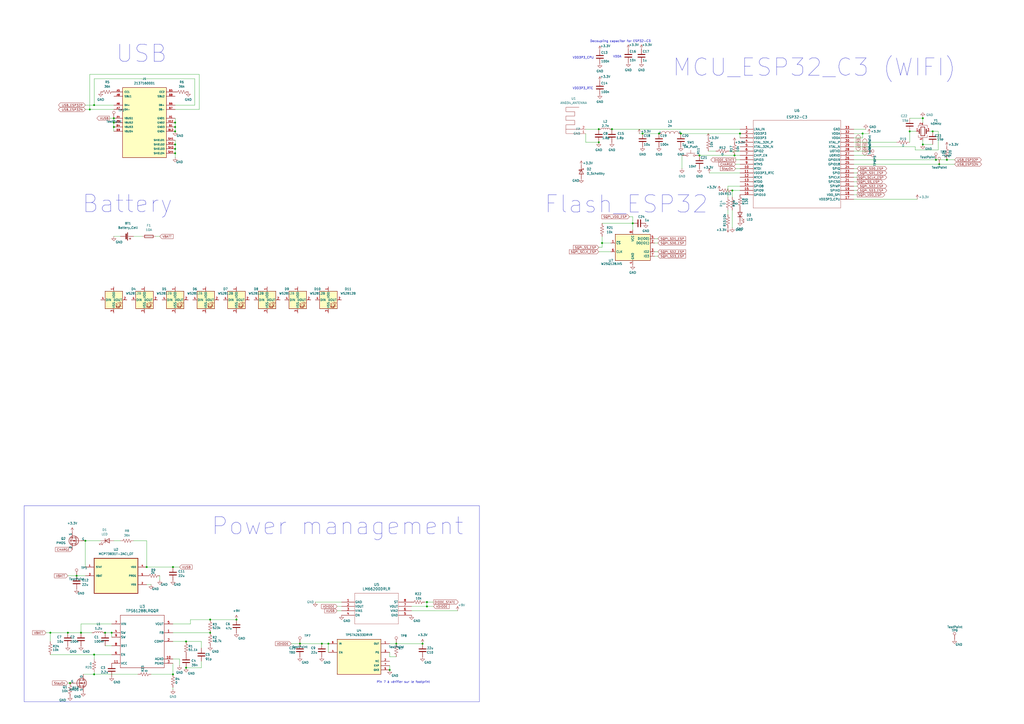
<source format=kicad_sch>
(kicad_sch (version 20231120) (generator "eeschema") (generator_version "8.0")
  (paper "A2")
  (junction (at 101.6 83.82))
  (junction (at 186.69 373.38))
  (junction (at 101.6 76.2))
  (junction (at 54.61 391.16))
  (junction (at 245.11 373.38))
  (junction (at 39.37 367.03))
  (junction (at 64.77 367.03))
  (junction (at 101.6 71.12))
  (junction (at 44.45 334.01))
  (junction (at 247.65 349.25))
  (junction (at 347.345 74.93))
  (junction (at 349.25 140.97))
  (junction (at 527.685 76.2))
  (junction (at 367.03 129.54))
  (junction (at 190.5 373.38))
  (junction (at 229.87 373.38))
  (junction (at 101.6 88.9))
  (junction (at 100.33 328.93))
  (junction (at 226.06 388.62))
  (junction (at 66.04 68.58))
  (junction (at 100.33 391.16))
  (junction (at 372.745 77.47))
  (junction (at 535.305 68.58))
  (junction (at 544.83 95.25))
  (junction (at 500.38 77.47))
  (junction (at 54.61 379.73))
  (junction (at 66.04 71.12))
  (junction (at 542.925 92.71))
  (junction (at 541.02 76.2))
  (junction (at 29.21 367.03))
  (junction (at 66.04 73.66))
  (junction (at 107.95 387.35))
  (junction (at 121.92 359.41))
  (junction (at 54.61 60.96))
  (junction (at 137.16 359.41))
  (junction (at 60.96 367.03))
  (junction (at 85.09 328.93))
  (junction (at 394.97 77.47))
  (junction (at 426.085 90.17))
  (junction (at 549.275 92.71))
  (junction (at 354.965 74.93))
  (junction (at 247.65 351.79))
  (junction (at 101.6 86.36))
  (junction (at 46.99 367.03))
  (junction (at 405.765 90.17))
  (junction (at 173.99 373.38))
  (junction (at 429.26 77.47))
  (junction (at 40.64 396.24))
  (junction (at 49.53 313.69))
  (junction (at 382.27 77.47))
  (junction (at 121.92 367.03))
  (junction (at 107.95 372.11))
  (junction (at 101.6 73.66))
  (junction (at 424.815 110.49))
  (junction (at 52.07 63.5))
  (junction (at 535.305 83.82))
  (junction (at 347.345 82.55))
  (wire (pts (xy 495.3 85.09) (xy 530.86 85.09)))
  (wire (pts (xy 424.815 110.49) (xy 424.815 114.3)))
  (wire (pts (xy 54.61 60.96) (xy 66.04 60.96)))
  (wire (pts (xy 90.17 137.16) (xy 92.71 137.16)))
  (wire (pts (xy 497.205 107.95) (xy 495.3 107.95)))
  (wire (pts (xy 48.26 391.16) (xy 54.61 391.16)))
  (wire (pts (xy 87.63 391.16) (xy 100.33 391.16)))
  (wire (pts (xy 247.65 349.25) (xy 246.38 349.25)))
  (wire (pts (xy 66.04 73.66) (xy 66.04 76.2)))
  (wire (pts (xy 195.58 354.33) (xy 198.12 354.33)))
  (wire (pts (xy 49.53 313.69) (xy 49.53 328.93)))
  (wire (pts (xy 49.53 63.5) (xy 52.07 63.5)))
  (wire (pts (xy 497.205 110.49) (xy 495.3 110.49)))
  (wire (pts (xy 54.61 389.89) (xy 54.61 391.16)))
  (wire (pts (xy 251.46 349.25) (xy 247.65 349.25)))
  (wire (pts (xy 339.725 82.55) (xy 347.345 82.55)))
  (wire (pts (xy 46.99 367.03) (xy 53.34 367.03)))
  (wire (pts (xy 349.25 140.97) (xy 349.25 143.51)))
  (wire (pts (xy 410.845 87.63) (xy 415.29 87.63)))
  (wire (pts (xy 544.195 86.995) (xy 530.86 86.995)))
  (wire (pts (xy 238.76 354.33) (xy 265.43 354.33)))
  (wire (pts (xy 173.99 373.38) (xy 186.69 373.38)))
  (wire (pts (xy 186.69 373.38) (xy 190.5 373.38)))
  (wire (pts (xy 60.96 367.03) (xy 64.77 367.03)))
  (wire (pts (xy 495.3 92.71) (xy 542.925 92.71)))
  (wire (pts (xy 497.205 102.87) (xy 495.3 102.87)))
  (wire (pts (xy 429.26 77.47) (xy 429.26 80.01)))
  (wire (pts (xy 495.3 74.93) (xy 502.285 74.93)))
  (wire (pts (xy 495.3 115.57) (xy 532.13 115.57)))
  (wire (pts (xy 46.99 361.95) (xy 46.99 367.03)))
  (wire (pts (xy 541.02 76.2) (xy 544.195 76.2)))
  (wire (pts (xy 367.03 133.35) (xy 367.03 129.54)))
  (wire (pts (xy 39.37 334.01) (xy 44.45 334.01)))
  (wire (pts (xy 527.685 76.2) (xy 527.685 82.55)))
  (wire (pts (xy 372.745 77.47) (xy 370.84 77.47)))
  (wire (pts (xy 372.745 77.47) (xy 382.27 77.47)))
  (wire (pts (xy 426.085 90.17) (xy 429.26 90.17)))
  (wire (pts (xy 422.91 87.63) (xy 429.26 87.63)))
  (wire (pts (xy 101.6 71.12) (xy 101.6 73.66)))
  (wire (pts (xy 110.49 359.41) (xy 121.92 359.41)))
  (wire (pts (xy 100.33 372.11) (xy 107.95 372.11)))
  (wire (pts (xy 497.205 113.03) (xy 495.3 113.03)))
  (wire (pts (xy 58.42 313.69) (xy 49.53 313.69)))
  (wire (pts (xy 339.725 77.47) (xy 339.725 82.55)))
  (wire (pts (xy 535.305 83.82) (xy 535.305 81.28)))
  (wire (pts (xy 527.685 76.2) (xy 531.495 76.2)))
  (wire (pts (xy 107.95 372.11) (xy 116.84 372.11)))
  (wire (pts (xy 115.57 43.18) (xy 52.07 43.18)))
  (wire (pts (xy 542.925 92.71) (xy 549.275 92.71)))
  (wire (pts (xy 379.73 140.97) (xy 381.635 140.97)))
  (wire (pts (xy 100.33 328.93) (xy 104.14 328.93)))
  (wire (pts (xy 116.84 375.92) (xy 116.84 372.11)))
  (wire (pts (xy 500.38 77.47) (xy 500.38 80.01)))
  (wire (pts (xy 226.06 378.46) (xy 226.06 381)))
  (wire (pts (xy 54.61 45.72) (xy 54.61 60.96)))
  (wire (pts (xy 85.09 328.93) (xy 100.33 328.93)))
  (wire (pts (xy 66.04 313.69) (xy 69.85 313.69)))
  (wire (pts (xy 66.04 68.58) (xy 66.04 71.12)))
  (wire (pts (xy 60.96 374.65) (xy 64.77 374.65)))
  (wire (pts (xy 379.73 146.05) (xy 381.635 146.05)))
  (wire (pts (xy 497.205 100.33) (xy 495.3 100.33)))
  (wire (pts (xy 195.58 351.79) (xy 198.12 351.79)))
  (wire (pts (xy 426.72 92.71) (xy 429.26 92.71)))
  (wire (pts (xy 29.21 367.03) (xy 39.37 367.03)))
  (wire (pts (xy 44.45 334.01) (xy 49.53 334.01)))
  (wire (pts (xy 92.71 336.55) (xy 92.71 334.01)))
  (wire (pts (xy 39.37 396.24) (xy 40.64 396.24)))
  (wire (pts (xy 226.06 386.08) (xy 226.06 388.62)))
  (wire (pts (xy 182.88 349.25) (xy 198.12 349.25)))
  (wire (pts (xy 379.73 148.59) (xy 381.635 148.59)))
  (wire (pts (xy 85.09 313.69) (xy 77.47 313.69)))
  (wire (pts (xy 495.3 82.55) (xy 520.065 82.55)))
  (wire (pts (xy 367.03 129.54) (xy 349.25 129.54)))
  (wire (pts (xy 101.6 86.36) (xy 101.6 88.9)))
  (wire (pts (xy 100.33 367.03) (xy 121.92 367.03)))
  (wire (pts (xy 101.6 91.44) (xy 101.6 88.9)))
  (wire (pts (xy 422.275 121.92) (xy 422.275 124.46)))
  (wire (pts (xy 100.33 398.78) (xy 100.33 400.05)))
  (wire (pts (xy 77.47 137.16) (xy 82.55 137.16)))
  (wire (pts (xy 426.72 95.25) (xy 429.26 95.25)))
  (wire (pts (xy 190.5 373.38) (xy 190.5 378.46)))
  (wire (pts (xy 113.03 60.96) (xy 113.03 45.72)))
  (wire (pts (xy 535.305 67.945) (xy 535.305 68.58)))
  (wire (pts (xy 110.49 361.95) (xy 110.49 359.41)))
  (wire (pts (xy 500.38 80.01) (xy 495.3 80.01)))
  (wire (pts (xy 104.14 382.27) (xy 104.14 386.08)))
  (wire (pts (xy 29.21 379.73) (xy 54.61 379.73)))
  (wire (pts (xy 500.38 77.47) (xy 504.19 77.47)))
  (wire (pts (xy 168.91 373.38) (xy 173.99 373.38)))
  (wire (pts (xy 52.07 63.5) (xy 66.04 63.5)))
  (wire (pts (xy 405.765 90.17) (xy 426.085 90.17)))
  (wire (pts (xy 367.03 125.73) (xy 367.03 129.54)))
  (wire (pts (xy 497.205 97.79) (xy 495.3 97.79)))
  (wire (pts (xy 66.04 71.12) (xy 66.04 73.66)))
  (wire (pts (xy 411.48 100.33) (xy 429.26 100.33)))
  (wire (pts (xy 495.3 95.25) (xy 544.83 95.25)))
  (wire (pts (xy 116.84 387.35) (xy 107.95 387.35)))
  (wire (pts (xy 395.605 97.79) (xy 395.605 90.17)))
  (wire (pts (xy 226.06 381) (xy 229.87 381)))
  (wire (pts (xy 549.275 92.71) (xy 553.72 92.71)))
  (wire (pts (xy 247.65 351.79) (xy 251.46 351.79)))
  (wire (pts (xy 238.76 351.79) (xy 247.65 351.79)))
  (wire (pts (xy 365.125 125.73) (xy 367.03 125.73)))
  (wire (pts (xy 100.33 384.81) (xy 100.33 391.16)))
  (wire (pts (xy 379.73 138.43) (xy 381.635 138.43)))
  (wire (pts (xy 424.815 121.92) (xy 424.815 132.08)))
  (wire (pts (xy 229.87 373.38) (xy 245.11 373.38)))
  (wire (pts (xy 100.33 361.95) (xy 110.49 361.95)))
  (wire (pts (xy 535.305 68.58) (xy 535.305 71.12)))
  (wire (pts (xy 64.77 367.03) (xy 64.77 369.57)))
  (wire (pts (xy 394.97 77.47) (xy 429.26 77.47)))
  (wire (pts (xy 87.63 339.09) (xy 85.09 339.09)))
  (wire (pts (xy 495.3 90.17) (xy 502.92 90.17)))
  (wire (pts (xy 349.25 140.97) (xy 354.33 140.97)))
  (wire (pts (xy 101.6 81.28) (xy 101.6 83.82)))
  (wire (pts (xy 544.83 95.25) (xy 553.72 95.25)))
  (wire (pts (xy 100.33 382.27) (xy 104.14 382.27)))
  (wire (pts (xy 500.38 77.47) (xy 495.3 77.47)))
  (wire (pts (xy 422.275 107.95) (xy 422.275 114.3)))
  (wire (pts (xy 544.195 76.2) (xy 544.195 86.995)))
  (wire (pts (xy 101.6 83.82) (xy 101.6 86.36)))
  (wire (pts (xy 530.86 86.995) (xy 530.86 85.09)))
  (wire (pts (xy 64.77 361.95) (xy 46.99 361.95)))
  (wire (pts (xy 535.305 83.82) (xy 541.02 83.82)))
  (wire (pts (xy 422.275 107.95) (xy 429.26 107.95)))
  (wire (pts (xy 349.25 137.16) (xy 349.25 140.97)))
  (wire (pts (xy 54.61 391.16) (xy 80.01 391.16)))
  (wire (pts (xy 54.61 379.73) (xy 54.61 382.27)))
  (wire (pts (xy 495.3 87.63) (xy 502.92 87.63)))
  (wire (pts (xy 66.04 137.16) (xy 69.85 137.16)))
  (wire (pts (xy 39.37 367.03) (xy 46.99 367.03)))
  (wire (pts (xy 226.06 373.38) (xy 229.87 373.38)))
  (wire (pts (xy 115.57 63.5) (xy 115.57 43.18)))
  (wire (pts (xy 101.6 63.5) (xy 115.57 63.5)))
  (wire (pts (xy 85.09 328.93) (xy 85.09 313.69)))
  (wire (pts (xy 29.21 367.03) (xy 29.21 372.11)))
  (wire (pts (xy 26.67 367.03) (xy 29.21 367.03)))
  (wire (pts (xy 121.92 359.41) (xy 137.16 359.41)))
  (wire (pts (xy 424.815 110.49) (xy 429.26 110.49)))
  (wire (pts (xy 354.965 74.93) (xy 429.26 74.93)))
  (wire (pts (xy 113.03 45.72) (xy 54.61 45.72)))
  (wire (pts (xy 347.345 143.51) (xy 349.25 143.51)))
  (wire (pts (xy 247.65 349.25) (xy 247.65 351.79)))
  (wire (pts (xy 527.685 68.58) (xy 535.305 68.58)))
  (wire (pts (xy 52.07 43.18) (xy 52.07 63.5)))
  (wire (pts (xy 539.115 76.2) (xy 541.02 76.2)))
  (wire (pts (xy 101.6 68.58) (xy 101.6 71.12)))
  (wire (pts (xy 339.725 74.93) (xy 347.345 74.93)))
  (wire (pts (xy 63.5 68.58) (xy 66.04 68.58)))
  (wire (pts (xy 497.205 105.41) (xy 495.3 105.41)))
  (wire (pts (xy 116.84 383.54) (xy 116.84 387.35)))
  (wire (pts (xy 347.345 146.05) (xy 354.33 146.05)))
  (wire (pts (xy 54.61 379.73) (xy 64.77 379.73)))
  (wire (pts (xy 101.6 73.66) (xy 101.6 76.2)))
  (wire (pts (xy 426.72 97.79) (xy 429.26 97.79)))
  (wire (pts (xy 101.6 60.96) (xy 113.03 60.96)))
  (wire (pts (xy 49.53 60.96) (xy 54.61 60.96)))
  (rectangle (start 13.97 293.37) (end 278.13 407.035))
  (text "Flash_ESP32" (at 315.595 124.46 0) (effects (font (size 10 10)) (justify left bottom)))
  (text "Decoupling capacitor for ESP32-C3" (at 342.265 24.765 0) (effects (font (size 1.27 1.27)) (justify left bottom)))
  (text "Battery" (at 73.914 118.364 0) (effects (font (size 10 10))))
  (text "VDD3P3_RTC" (at 332.105 52.07 0) (effects (font (size 1.27 1.27)) (justify left bottom)))
  (text "VDD3P3_CPU" (at 332.105 34.29 0) (effects (font (size 1.27 1.27)) (justify left bottom)))
  (text "MCU_ESP32_C3 (WIFI)" (at 389.89 45.085 0) (effects (font (size 10 10)) (justify left bottom)))
  (text "VDDA" (at 355.6 33.655 0) (effects (font (size 1.27 1.27)) (justify left bottom)))
  (text "Pin 7 à vérifier sur le footprint" (at 233.934 395.732 0) (effects (font (size 1.27 1.27))))
  (text "USB" (at 82.042 31.242 0) (effects (font (size 10 10))))
  (text "Power management" (at 195.834 305.308 0) (effects (font (size 10 10))))
  (global_label "USB_ESP32P" (shape bidirectional) (at 553.72 92.71 0) (property "Intersheetrefs" "${INTERSHEET_REFS}" (effects (hide yes))))
  (global_label "SQPI_VDD_ESP" (shape output) (at 497.205 113.03 0) (property "Intersheetrefs" "${INTERSHEET_REFS}" (effects (hide yes))))
  (global_label "VUSB" (shape input) (at 195.58 354.33 180) (property "Intersheetrefs" "${INTERSHEET_REFS}" (effects (hide yes))))
  (global_label "SQPI_SCLK_ESP" (shape input) (at 347.345 146.05 180) (property "Intersheetrefs" "${INTERSHEET_REFS}" (effects (hide yes))))
  (global_label "SQPI_SD1_ESP" (shape bidirectional) (at 497.205 100.33 0) (property "Intersheetrefs" "${INTERSHEET_REFS}" (effects (hide yes))))
  (global_label "DIODE_STATE" (shape output) (at 426.72 92.71 180) (property "Intersheetrefs" "${INTERSHEET_REFS}" (effects (hide yes))))
  (global_label "SQPI_SD0_ESP" (shape bidirectional) (at 497.205 97.79 0) (property "Intersheetrefs" "${INTERSHEET_REFS}" (effects (hide yes))))
  (global_label "SQPI_VDD_ESP" (shape input) (at 365.125 125.73 180) (property "Intersheetrefs" "${INTERSHEET_REFS}" (effects (hide yes))))
  (global_label "SQPI_SD2_ESP" (shape input) (at 381.635 146.05 0) (property "Intersheetrefs" "${INTERSHEET_REFS}" (effects (hide yes))))
  (global_label "VDIODE" (shape input) (at 251.46 351.79 0) (property "Intersheetrefs" "${INTERSHEET_REFS}" (effects (hide yes))))
  (global_label "VBATT" (shape input) (at 26.67 367.03 180) (property "Intersheetrefs" "${INTERSHEET_REFS}" (effects (hide yes))))
  (global_label "U0TXD" (shape bidirectional) (at 497.84 87.63 90) (property "Intersheetrefs" "${INTERSHEET_REFS}" (effects (hide yes))))
  (global_label "VUSB" (shape output) (at 63.5 68.58 180) (property "Intersheetrefs" "${INTERSHEET_REFS}" (effects (hide yes))))
  (global_label "SQPI_SD0_ESP" (shape input) (at 381.635 140.97 0) (property "Intersheetrefs" "${INTERSHEET_REFS}" (effects (hide yes))))
  (global_label "SQPI_SD3_ESP" (shape bidirectional) (at 497.205 110.49 0) (property "Intersheetrefs" "${INTERSHEET_REFS}" (effects (hide yes))))
  (global_label "CHARGE" (shape input) (at 426.72 95.25 180) (property "Intersheetrefs" "${INTERSHEET_REFS}" (effects (hide yes))))
  (global_label "USB_ESP32N" (shape bidirectional) (at 553.72 95.25 0) (property "Intersheetrefs" "${INTERSHEET_REFS}" (effects (hide yes))))
  (global_label "CHARGE" (shape input) (at 41.91 318.77 180) (property "Intersheetrefs" "${INTERSHEET_REFS}" (effects (hide yes))))
  (global_label "DIODE_STATE" (shape output) (at 251.46 349.25 0) (property "Intersheetrefs" "${INTERSHEET_REFS}" (effects (hide yes))))
  (global_label "USB_ESP32P" (shape bidirectional) (at 49.53 60.96 180) (property "Intersheetrefs" "${INTERSHEET_REFS}" (effects (hide yes))))
  (global_label "StayOn" (shape input) (at 426.72 97.79 180) (property "Intersheetrefs" "${INTERSHEET_REFS}" (effects (hide yes))))
  (global_label "VBATT" (shape input) (at 92.71 137.16 0) (property "Intersheetrefs" "${INTERSHEET_REFS}" (effects (hide yes))))
  (global_label "SQPI_SD2_ESP" (shape bidirectional) (at 497.205 107.95 0) (property "Intersheetrefs" "${INTERSHEET_REFS}" (effects (hide yes))))
  (global_label "U0RXD" (shape bidirectional) (at 501.65 90.17 90) (property "Intersheetrefs" "${INTERSHEET_REFS}" (effects (hide yes))))
  (global_label "VDIODE" (shape input) (at 195.58 351.79 180) (property "Intersheetrefs" "${INTERSHEET_REFS}" (effects (hide yes))))
  (global_label "VDIODE" (shape input) (at 168.91 373.38 180) (property "Intersheetrefs" "${INTERSHEET_REFS}" (effects (hide yes))))
  (global_label "VBATT" (shape input) (at 39.37 334.01 180) (property "Intersheetrefs" "${INTERSHEET_REFS}" (effects (hide yes))))
  (global_label "SQPI_SD1_ESP" (shape input) (at 381.635 138.43 0) (property "Intersheetrefs" "${INTERSHEET_REFS}" (effects (hide yes))))
  (global_label "SQPI_SD3_ESP" (shape input) (at 381.635 148.59 0) (property "Intersheetrefs" "${INTERSHEET_REFS}" (effects (hide yes))))
  (global_label "SQPI_SS_ESP" (shape output) (at 497.205 105.41 0) (property "Intersheetrefs" "${INTERSHEET_REFS}" (effects (hide yes))))
  (global_label "USB_ESP32N" (shape bidirectional) (at 49.53 63.5 180) (property "Intersheetrefs" "${INTERSHEET_REFS}" (effects (hide yes))))
  (global_label "VUSB" (shape input) (at 104.14 328.93 0) (property "Intersheetrefs" "${INTERSHEET_REFS}" (effects (hide yes))))
  (global_label "SQPI_SS_ESP" (shape input) (at 347.345 143.51 180) (property "Intersheetrefs" "${INTERSHEET_REFS}" (effects (hide yes))))
  (global_label "StayOn" (shape input) (at 39.37 396.24 180) (property "Intersheetrefs" "${INTERSHEET_REFS}" (effects (hide yes))))
  (global_label "SQPI_SCLK_ESP" (shape output) (at 497.205 102.87 0) (property "Intersheetrefs" "${INTERSHEET_REFS}" (effects (hide yes))))
  (symbol (lib_id "Device:R_US") (at 121.92 363.22 0) (unit 1)
    (property "Reference" "R3" (at 123.19 362.204 0) (effects (justify left)))
    (property "Value" "523k" (at 123.19 364.236 0) (effects (justify left)))
    (property "Footprint" "Resistor_SMD:R_0603_1608Metric" (effects (hide yes)))
    (property "Description" "Resistor, US symbol" (effects (hide yes)))
  )
  (symbol (lib_id "Device:R_US") (at 73.66 313.69 90) (unit 1)
    (property "Reference" "R8" (at 73.66 307.975 90))
    (property "Value" "36k" (at 73.66 310.515 90))
    (property "Footprint" "Resistor_SMD:R_0603_1608Metric" (effects (hide yes)))
  )
  (symbol (lib_id "LM66200DRLR:LM66200DRLR") (at 198.12 349.25 0) (unit 1)
    (property "Reference" "U5" (at 218.44 339.09 0) (effects (font (size 1.524 1.524))))
    (property "Value" "LM66200DRLR" (at 218.44 341.63 0) (effects (font (size 1.524 1.524))))
    (property "Footprint" "LM66200DRLR:SOT-5X3_DRL_TEX-L" (effects (hide yes)))
    (property "Datasheet" "LM66200DRLR" (effects (hide yes)))
  )
  (symbol (lib_id "Device:C") (at 347.345 78.74 0) (unit 1)
    (property "Reference" "C8" (at 349.885 77.47 0) (effects (justify left)))
    (property "Value" "1.8p" (at 349.25 80.01 0) (effects (justify left)))
    (property "Footprint" "Capacitor_SMD:C_0402_1005Metric_Pad0.74x0.62mm_HandSolder" (effects (hide yes)))
  )
  (symbol (lib_id "power:GND") (at 87.63 339.09 0) (unit 1)
    (property "Reference" "#PWR027" (effects (hide yes)))
    (property "Value" "GND" (at 90.17 341.63 0))
  )
  (symbol (lib_id "power:GND") (at 337.185 103.505 0) (unit 1)
    (property "Reference" "#PWR012" (effects (hide yes)))
    (property "Value" "GND" (at 334.01 104.775 0))
  )
  (symbol (lib_id "Device:R_US") (at 88.9 334.01 270) (unit 1)
    (property "Reference" "R9" (at 88.9 330.708 90))
    (property "Value" "2k" (at 88.646 332.232 90))
    (property "Footprint" "Resistor_SMD:R_0603_1608Metric" (effects (hide yes)))
  )
  (symbol (lib_id "Device:R_US") (at 229.87 377.19 0) (unit 1)
    (property "Reference" "R7" (at 231.14 376.174 0) (effects (justify left)))
    (property "Value" "100k" (effects (hide yes)))
    (property "Footprint" "Resistor_SMD:R_0603_1608Metric" (effects (hide yes)))
    (property "Description" "Resistor, US symbol" (effects (hide yes)))
  )
  (symbol (lib_id "power:GND") (at 100.33 400.05 0) (unit 1)
    (property "Reference" "#PWR037" (effects (hide yes)))
    (property "Value" "GND" (at 100.33 404.114 0))
    (property "Description" "Power symbol creates a global label with name \"GND\" , ground" (effects (hide yes)))
  )
  (symbol (lib_id "Device:R_US") (at 83.82 391.16 90) (unit 1)
    (property "Reference" "R23" (at 82.804 389.89 0) (effects (justify left)))
    (property "Value" "0" (at 84.836 389.89 0) (effects (justify left)))
    (property "Footprint" "Resistor_SMD:R_0603_1608Metric" (effects (hide yes)))
    (property "Description" "Resistor, US symbol" (effects (hide yes)))
  )
  (symbol (lib_id "Device:D_Schottky") (at 337.185 99.695 270) (unit 1)
    (property "Reference" "D2" (at 340.36 98.1074 90) (effects (justify left)))
    (property "Value" "D_Schottky" (at 340.36 100.6474 90) (effects (justify left)))
    (property "Footprint" "LED_SMD:LED_0603_1608Metric_Pad1.05x0.95mm_HandSolder" (effects (hide yes)))
  )
  (symbol (lib_id "power:GND") (at 64.77 392.43 0) (unit 1)
    (property "Reference" "#PWR02" (effects (hide yes)))
    (property "Value" "GND" (at 67.818 395.732 0))
    (property "Description" "Power symbol creates a global label with name \"GND\" , ground" (effects (hide yes)))
  )
  (symbol (lib_id "LED:WS2812B") (at 137.16 173.99 0) (unit 1)
    (property "Reference" "D8" (at 148.59 167.6714 0))
    (property "Value" "WS2812B" (at 148.59 170.2114 0))
    (property "Footprint" "LED_SMD:LED_WS2812B_PLCC4_5.0x5.0mm_P3.2mm" (effects (hide yes)))
    (property "Datasheet" "https://cdn-shop.adafruit.com/datasheets/WS2812B.pdf" (effects (hide yes)))
    (property "Description" "RGB LED with integrated controller" (effects (hide yes)))
  )
  (symbol (lib_id "Connector:TestPoint") (at 553.72 370.84 0) (unit 1)
    (property "Reference" "TP9" (at 551.942 365.76 0) (effects (justify left)))
    (property "Value" "TestPoint" (at 549.402 363.728 0) (effects (justify left)))
    (property "Footprint" "TestPoint:TestPoint_Loop_D2.54mm_Drill1.5mm_Beaded" (effects (hide yes)))
  )
  (symbol (lib_id "power:GND") (at 109.22 53.34 0) (unit 1)
    (property "Reference" "#PWR020" (effects (hide yes)))
    (property "Value" "GND" (at 109.22 57.785 0))
  )
  (symbol (lib_id "LED:WS2812B") (at 101.6 173.99 0) (unit 1)
    (property "Reference" "D6" (at 113.03 167.6714 0))
    (property "Value" "WS2812B" (at 113.03 170.2114 0))
    (property "Footprint" "LED_SMD:LED_WS2812B_PLCC4_5.0x5.0mm_P3.2mm" (effects (hide yes)))
    (property "Datasheet" "https://cdn-shop.adafruit.com/datasheets/WS2812B.pdf" (effects (hide yes)))
    (property "Description" "RGB LED with integrated controller" (effects (hide yes)))
  )
  (symbol (lib_id "power:+9V") (at 137.16 359.41 0) (unit 1)
    (property "Reference" "#PWR09" (effects (hide yes)))
    (property "Value" "+9V" (at 137.16 354.33 0))
    (property "Description" "Power symbol creates a global label with name \"+9V\"" (effects (hide yes)))
  )
  (symbol (lib_id "power:+3.3V") (at 337.185 95.885 0) (unit 1)
    (property "Reference" "#PWR010" (effects (hide yes)))
    (property "Value" "+3.3V" (at 340.995 94.615 0))
  )
  (symbol (lib_id "Device:R_US") (at 424.815 118.11 180) (unit 1)
    (property "Reference" "R16" (at 425.704 118.11 90))
    (property "Value" "0" (at 427.228 118.11 90))
    (property "Footprint" "Resistor_SMD:R_0603_1608Metric" (effects (hide yes)))
  )
  (symbol (lib_id "power:GND") (at 107.95 387.35 0) (unit 1)
    (property "Reference" "#PWR04" (effects (hide yes)))
    (property "Value" "GND" (at 110.998 390.652 0))
    (property "Description" "Power symbol creates a global label with name \"GND\" , ground" (effects (hide yes)))
  )
  (symbol (lib_id "Simulation_SPICE:PMOS") (at 44.45 313.69 180) (unit 1)
    (property "Reference" "Q2" (at 38.1 312.4199 0) (effects (justify left)))
    (property "Value" "PMOS" (at 38.1 314.9599 0) (effects (justify left)))
    (property "Footprint" "Package_TO_SOT_SMD:SOT-23" (effects (hide yes)))
    (property "Datasheet" "https://ngspice.sourceforge.io/docs/ngspice-html-manual/manual.xhtml#cha_MOSFETs" (effects (hide yes)))
    (property "Description" "P-MOSFET transistor, drain/source/gate" (effects (hide yes)))
    (property "Sim.Device" "PMOS" (effects (hide yes)))
    (property "Sim.Type" "VDMOS" (effects (hide yes)))
    (property "Sim.Pins" "1=D 2=G 3=S" (effects (hide yes)))
  )
  (symbol (lib_id "Switch:SW_Push") (at 400.685 90.17 0) (unit 1)
    (property "Reference" "SW1" (at 400.685 82.55 0))
    (property "Value" "SW_Push" (at 400.685 85.09 0))
    (property "Footprint" "CS1213AGF160:SW_CS1213AG_CRS" (effects (hide yes)))
  )
  (symbol (lib_id "power:GND") (at 137.16 367.03 0) (unit 1)
    (property "Reference" "#PWR06" (effects (hide yes)))
    (property "Value" "GND" (at 140.208 370.332 0))
    (property "Description" "Power symbol creates a global label with name \"GND\" , ground" (effects (hide yes)))
  )
  (symbol (lib_id "Device:LED") (at 62.23 313.69 0) (unit 1)
    (property "Reference" "D1" (at 60.6425 307.34 0))
    (property "Value" "LED" (at 60.6425 309.88 0))
    (property "Footprint" "LED_SMD:LED_0603_1608Metric_Pad1.05x0.95mm_HandSolder" (effects (hide yes)))
    (property "Description" "Light emitting diode" (effects (hide yes)))
  )
  (symbol (lib_id "power:+3.3V") (at 532.13 115.57 0) (unit 1)
    (property "Reference" "#PWR052" (effects (hide yes)))
    (property "Value" "+3.3V" (at 535.94 114.3 0))
  )
  (symbol (lib_id "Device:C") (at 64.77 388.62 0) (unit 1)
    (property "Reference" "C3" (at 58.42 387.35 0) (effects (justify left)))
    (property "Value" "2.2u" (at 58.42 389.89 0) (effects (justify left)))
    (property "Footprint" "Capacitor_SMD:C_0603_1608Metric_Pad1.08x0.95mm_HandSolder" (effects (hide yes)))
    (property "Description" "Unpolarized capacitor" (effects (hide yes)))
  )
  (symbol (lib_id "Device:C") (at 382.27 81.28 0) (unit 1)
    (property "Reference" "C19" (at 382.905 78.74 0) (effects (justify left)))
    (property "Value" "100n" (at 382.905 83.82 0) (effects (justify left)))
    (property "Footprint" "Capacitor_SMD:C_0402_1005Metric_Pad0.74x0.62mm_HandSolder" (effects (hide yes)))
  )
  (symbol (lib_id "power:+3.3V") (at 370.84 77.47 0) (unit 1)
    (property "Reference" "#PWR033" (effects (hide yes)))
    (property "Value" "+3.3V" (at 374.65 76.2 0))
  )
  (symbol (lib_id "power:GND") (at 405.765 97.79 0) (unit 1)
    (property "Reference" "#PWR042" (effects (hide yes)))
    (property "Value" "GND" (at 405.765 102.235 0))
  )
  (symbol (lib_id "LED:WS2812B") (at 119.38 173.99 0) (unit 1)
    (property "Reference" "D7" (at 130.81 167.6714 0))
    (property "Value" "WS2812B" (at 130.81 170.2114 0))
    (property "Footprint" "LED_SMD:LED_WS2812B_PLCC4_5.0x5.0mm_P3.2mm" (effects (hide yes)))
    (property "Datasheet" "https://cdn-shop.adafruit.com/datasheets/WS2812B.pdf" (effects (hide yes)))
    (property "Description" "RGB LED with integrated controller" (effects (hide yes)))
  )
  (symbol (lib_id "Device:L") (at 57.15 367.03 90) (unit 1)
    (property "Reference" "L1" (at 57.15 361.95 90))
    (property "Value" "1.2u" (at 57.15 364.49 90))
    (property "Footprint" "Inductor_SMD:L_0603_1608Metric" (effects (hide yes)))
    (property "Description" "Inductor" (effects (hide yes)))
  )
  (symbol (lib_id "Device:C") (at 347.98 50.8 0) (unit 1)
    (property "Reference" "C14" (at 348.615 48.26 0) (effects (justify left)))
    (property "Value" "100n" (at 348.615 53.34 0) (effects (justify left)))
    (property "Footprint" "Capacitor_SMD:C_0603_1608Metric_Pad1.08x0.95mm_HandSolder" (effects (hide yes)))
  )
  (symbol (lib_id "Connector:TestPoint") (at 66.04 68.58 0) (unit 1)
    (property "Reference" "TP2" (at 68.58 64.0079 0) (effects (justify left)))
    (property "Value" "TestPoint" (at 61.595 70.485 0) (effects (justify left)))
    (property "Footprint" "TestPoint:TestPoint_Loop_D2.54mm_Drill1.5mm_Beaded" (effects (hide yes)))
  )
  (symbol (lib_id "power:GND") (at 48.26 401.32 0) (unit 1)
    (property "Reference" "#PWR08" (effects (hide yes)))
    (property "Value" "GND" (at 44.958 404.114 0))
    (property "Description" "Power symbol creates a global label with name \"GND\" , ground" (effects (hide yes)))
  )
  (symbol (lib_id "Device:R_US") (at 100.33 394.97 0) (unit 1)
    (property "Reference" "R4" (at 101.6 393.954 0) (effects (justify left)))
    (property "Value" "0" (at 101.6 395.986 0) (effects (justify left)))
    (property "Footprint" "Resistor_SMD:R_0603_1608Metric" (effects (hide yes)))
    (property "Description" "Resistor, US symbol" (effects (hide yes)))
  )
  (symbol (lib_id "power:GND") (at 372.11 36.195 0) (unit 1)
    (property "Reference" "#PWR035" (effects (hide yes)))
    (property "Value" "GND" (at 372.11 40.64 0))
  )
  (symbol (lib_id "power:GND") (at 40.64 403.86 0) (unit 1)
    (property "Reference" "#PWR039" (effects (hide yes)))
    (property "Value" "GND" (at 36.322 406.146 0))
    (property "Description" "Power symbol creates a global label with name \"GND\" , ground" (effects (hide yes)))
  )
  (symbol (lib_id "Device:Fuse") (at 86.36 137.16 90) (unit 1)
    (property "Reference" "F1" (at 86.36 130.81 90))
    (property "Value" "10A" (at 86.36 133.35 90))
    (property "Footprint" "Fuse:Fuse_0603_1608Metric" (effects (hide yes)))
    (property "Description" "Fuse" (effects (hide yes)))
  )
  (symbol (lib_id "TPS61288LRQQR:TPS61288LRQQR") (at 64.77 361.95 0) (unit 1)
    (property "Reference" "U3" (at 82.55 351.79 0) (effects (font (size 1.524 1.524))))
    (property "Value" "TPS61288LRQQR" (at 82.55 354.33 0) (effects (font (size 1.524 1.524))))
    (property "Footprint" "TPS61288LRQQR:RQQ0011A-MFG" (effects (hide yes)))
    (property "Datasheet" "TPS61288LRQQR" (effects (hide yes)))
  )
  (symbol (lib_id "Memory_Flash:W25Q128JVS") (at 367.03 143.51 0) (unit 1)
    (property "Reference" "U7" (at 353.06 151.13 0) (effects (justify left)))
    (property "Value" "W25Q128JVS" (at 348.615 153.035 0) (effects (justify left)))
    (property "Footprint" "W25Q128JVSIQ:SOIC_128JVSIQ_WIN-L" (effects (hide yes)))
    (property "Datasheet" "http://www.winbond.com/resource-files/w25q128jv_dtr%20revc%2003272018%20plus.pdf" (effects (hide yes)))
  )
  (symbol (lib_id "Device:C") (at 372.11 32.385 0) (unit 1)
    (property "Reference" "C17" (at 372.745 29.845 0) (effects (justify left)))
    (property "Value" "1u" (at 372.745 34.925 0) (effects (justify left)))
    (property "Footprint" "Capacitor_SMD:C_0603_1608Metric_Pad1.08x0.95mm_HandSolder" (effects (hide yes)))
  )
  (symbol (lib_id "power:GND") (at 104.14 386.08 0) (unit 1)
    (property "Reference" "#PWR03" (effects (hide yes)))
    (property "Value" "GND" (at 104.14 390.144 0))
    (property "Description" "Power symbol creates a global label with name \"GND\" , ground" (effects (hide yes)))
  )
  (symbol (lib_id "Device:C") (at 44.45 337.82 0) (unit 1)
    (property "Reference" "C12" (at 47.498 336.55 0) (effects (justify left)))
    (property "Value" "22u" (at 47.498 339.09 0) (effects (justify left)))
    (property "Footprint" "Capacitor_SMD:C_0603_1608Metric_Pad1.08x0.95mm_HandSolder" (effects (hide yes)))
    (property "Description" "Unpolarized capacitor" (effects (hide yes)))
  )
  (symbol (lib_id "Connector:TestPoint") (at 502.92 90.17 270) (unit 1)
    (property "Reference" "TP6" (at 507.4921 92.71 0) (effects (justify left)))
    (property "Value" "TestPoint" (at 504.444 80.899 0) (effects (justify left)))
    (property "Footprint" "TestPoint:TestPoint_Loop_D2.54mm_Drill1.5mm_Beaded" (effects (hide yes)))
  )
  (symbol (lib_id "power:GND") (at 66.04 137.16 0) (unit 1)
    (property "Reference" "#PWR062" (effects (hide yes)))
    (property "Value" "GND" (at 69.088 140.462 0))
    (property "Description" "Power symbol creates a global label with name \"GND\" , ground" (effects (hide yes)))
  )
  (symbol (lib_id "Device:R_US") (at 242.57 349.25 90) (unit 1)
    (property "Reference" "R22" (at 242.57 344.551 90))
    (property "Value" "10k" (at 242.824 347.091 90))
    (property "Footprint" "Resistor_SMD:R_0603_1608Metric" (effects (hide yes)))
  )
  (symbol (lib_id "power:GND") (at 367.03 153.67 0) (unit 1)
    (property "Reference" "#PWR056" (effects (hide yes)))
    (property "Value" "GND" (at 367.03 158.115 0))
  )
  (symbol (lib_id "Connector:TestPoint") (at 44.45 334.01 0) (unit 1)
    (property "Reference" "TP1" (at 46.99 329.4379 0) (effects (justify left)))
    (property "Value" "TestPoint" (at 40.005 335.915 0) (effects (justify left)))
    (property "Footprint" "TestPoint:TestPoint_Loop_D2.54mm_Drill1.5mm_Beaded" (effects (hide yes)))
  )
  (symbol (lib_id "power:+3.3V") (at 41.91 308.61 0) (unit 1)
    (property "Reference" "#PWR063" (effects (hide yes)))
    (property "Value" "+3.3V" (at 41.91 303.53 0))
    (property "Description" "Power symbol creates a global label with name \"+3.3V\"" (effects (hide yes)))
  )
  (symbol (lib_id "Device:C") (at 100.33 332.74 0) (unit 1)
    (property "Reference" "C11" (at 103.378 331.47 0) (effects (justify left)))
    (property "Value" "22u" (at 103.378 334.01 0) (effects (justify left)))
    (property "Footprint" "Capacitor_SMD:C_0603_1608Metric_Pad1.08x0.95mm_HandSolder" (effects (hide yes)))
    (property "Description" "Unpolarized capacitor" (effects (hide yes)))
  )
  (symbol (lib_id "Device:Crystal_GND24") (at 535.305 76.2 0) (unit 1)
    (property "Reference" "Y1" (at 542.925 69.85 0))
    (property "Value" "40MHz" (at 542.925 71.755 0))
    (property "Footprint" "830059627:SMD_059627_WRE-L" (effects (hide yes)))
  )
  (symbol (lib_id "power:GND") (at 553.72 370.84 0) (unit 1)
    (property "Reference" "#PWR064" (effects (hide yes)))
    (property "Value" "GND" (at 556.26 373.888 0))
  )
  (symbol (lib_id "power:GND") (at 347.98 54.61 0) (unit 1)
    (property "Reference" "#PWR029" (effects (hide yes)))
    (property "Value" "GND" (at 347.98 59.055 0))
  )
  (symbol (lib_id "2137160001:2137160001") (at 83.82 71.12 0) (unit 1)
    (property "Reference" "J1" (at 83.82 45.72 0))
    (property "Value" "2137160001" (at 83.82 48.26 0))
    (property "Footprint" "2137160001:MOLEX_2137160001" (effects (hide yes)))
    (property "PARTREV" "B" (effects (hide yes)))
    (property "STANDARD" "Manufacturer Recommendations" (effects (hide yes)))
    (property "OPTION" "MOLEX_CONFIG" (effects (hide yes)))
    (property "MAXIMUM_PACKAGE_HEIGHT" "3.36mm" (effects (hide yes)))
    (property "MANUFACTURER" "Molex" (effects (hide yes)))
  )
  (symbol (lib_id "Device:LED") (at 429.26 124.46 90) (unit 1)
    (property "Reference" "D3" (at 433.07 124.7774 90) (effects (justify right)))
    (property "Value" "LED" (at 433.07 127.3174 90) (effects (justify right)))
    (property "Footprint" "LED_SMD:LED_0603_1608Metric_Pad1.05x0.95mm_HandSolder" (effects (hide yes)))
  )
  (symbol (lib_id "power:+3.3V") (at 410.845 80.01 0) (unit 1)
    (property "Reference" "#PWR044" (effects (hide yes)))
    (property "Value" "+3.3V" (at 414.02 80.01 0))
  )
  (symbol (lib_id "Device:C") (at 116.84 379.73 0) (unit 1)
    (property "Reference" "C5" (at 119.126 379.73 0) (effects (justify left)))
    (property "Value" "91p" (at 119.126 382.27 0) (effects (justify left)))
    (property "Footprint" "Capacitor_SMD:C_0603_1608Metric_Pad1.08x0.95mm_HandSolder" (effects (hide yes)))
    (property "Description" "Unpolarized capacitor" (effects (hide yes)))
  )
  (symbol (lib_id "power:GND") (at 394.97 85.09 0) (unit 1)
    (property "Reference" "#PWR040" (effects (hide yes)))
    (property "Value" "GND" (at 394.97 89.535 0))
  )
  (symbol (lib_id "power:+3.3V") (at 426.085 82.55 0) (unit 1)
    (property "Reference" "#PWR048" (effects (hide yes)))
    (property "Value" "+3.3V" (at 429.26 82.55 0))
  )
  (symbol (lib_id "Connector:TestPoint") (at 229.87 373.38 0) (unit 1)
    (property "Reference" "TP8" (at 232.41 368.8079 0) (effects (justify left)))
    (property "Value" "TestPoint" (at 225.425 375.285 0) (effects (justify left)))
    (property "Footprint" "TestPoint:TestPoint_Loop_D2.54mm_Drill1.5mm_Beaded" (effects (hide yes)))
  )
  (symbol (lib_id "power:GND") (at 424.815 132.08 0) (unit 1)
    (property "Reference" "#PWR047" (effects (hide yes)))
    (property "Value" "GND" (at 428.625 133.35 0))
  )
  (symbol (lib_id "power:GND") (at 535.305 67.945 180) (unit 1)
    (property "Reference" "#PWR053" (effects (hide yes)))
    (property "Value" "GND" (at 537.21 66.6749 0) (effects (justify right)))
  )
  (symbol (lib_id "Device:Battery_Cell") (at 72.39 137.16 270) (unit 1)
    (property "Reference" "BT1" (at 74.2315 129.54 90))
    (property "Value" "Battery_Cell" (at 74.2315 132.08 90))
    (property "Footprint" "Connector_PinHeader_2.54mm:PinHeader_1x02_P2.54mm_Vertical" (effects (hide yes)))
    (property "Description" "Single-cell battery" (effects (hide yes)))
  )
  (symbol (lib_id "Device:C") (at 46.99 370.84 0) (unit 1)
    (property "Reference" "C2" (at 40.64 369.57 0) (effects (justify left)))
    (property "Value" "100n" (at 40.64 372.11 0) (effects (justify left)))
    (property "Footprint" "Capacitor_SMD:C_0603_1608Metric_Pad1.08x0.95mm_HandSolder" (effects (hide yes)))
    (property "Description" "Unpolarized capacitor" (effects (hide yes)))
  )
  (symbol (lib_id "Device:R_US") (at 349.25 133.35 180) (unit 1)
    (property "Reference" "R21" (at 351.79 132.0799 0) (effects (justify right)))
    (property "Value" "10k" (at 351.79 134.6199 0) (effects (justify right)))
    (property "Footprint" "Resistor_SMD:R_0603_1608Metric" (effects (hide yes)))
  )
  (symbol (lib_id "power:GND") (at 382.27 85.09 0) (unit 1)
    (property "Reference" "#PWR038" (effects (hide yes)))
    (property "Value" "GND" (at 382.27 89.535 0))
  )
  (symbol (lib_id "AN034_ANTENNA:AN034_ANTENNA") (at 337.185 77.47 180) (unit 1)
    (property "Reference" "U1" (at 332.74 57.15 0))
    (property "Value" "AN034_ANTENNA" (at 332.74 59.69 0))
    (property "Footprint" "AN034_ANTENNA:AN034_ANTENNA" (effects (hide yes)))
  )
  (symbol (lib_id "Device:C") (at 364.49 32.385 0) (unit 1)
    (property "Reference" "C16" (at 365.125 29.845 0) (effects (justify left)))
    (property "Value" "10n" (at 365.125 34.925 0) (effects (justify left)))
    (property "Footprint" "Capacitor_SMD:C_0603_1608Metric_Pad1.08x0.95mm_HandSolder" (effects (hide yes)))
  )
  (symbol (lib_id "power:GND") (at 238.76 356.87 0) (unit 1)
    (property "Reference" "#PWR059" (effects (hide yes)))
    (property "Value" "GND" (at 241.808 360.172 0))
    (property "Description" "Power symbol creates a global label with name \"GND\" , ground" (effects (hide yes)))
  )
  (symbol (lib_id "power:GND") (at 354.965 82.55 0) (unit 1)
    (property "Reference" "#PWR030" (effects (hide yes)))
    (property "Value" "GND" (at 354.965 86.995 0))
  )
  (symbol (lib_id "power:GND") (at 44.45 341.63 0) (unit 1)
    (property "Reference" "#PWR028" (effects (hide yes)))
    (property "Value" "GND" (at 46.99 344.17 0))
  )
  (symbol (lib_id "Device:R_US") (at 419.1 87.63 90) (unit 1)
    (property "Reference" "R12" (at 419.1 85.725 90))
    (property "Value" "0" (at 419.1 89.535 90))
    (property "Footprint" "Resistor_SMD:R_0603_1608Metric" (effects (hide yes)))
  )
  (symbol (lib_id "Device:R_US") (at 54.61 386.08 180) (unit 1)
    (property "Reference" "R25" (at 53.34 387.096 0) (effects (justify left)))
    (property "Value" "0" (at 53.34 385.064 0) (effects (justify left)))
    (property "Footprint" "Resistor_SMD:R_0603_1608Metric" (effects (hide yes)))
    (property "Description" "Resistor, US symbol" (effects (hide yes)))
  )
  (symbol (lib_id "power:GND") (at 101.6 76.2 0) (unit 1)
    (property "Reference" "#PWR021" (effects (hide yes)))
    (property "Value" "GND" (at 104.394 78.74 0))
  )
  (symbol (lib_id "Device:R_US") (at 426.085 86.36 180) (unit 1)
    (property "Reference" "R17" (at 424.18 86.36 90))
    (property "Value" "10k" (at 427.99 86.36 90))
    (property "Footprint" "Resistor_SMD:R_0603_1608Metric" (effects (hide yes)))
  )
  (symbol (lib_id "Device:R_US") (at 62.23 53.34 90) (unit 1)
    (property "Reference" "R5" (at 62.23 47.625 90))
    (property "Value" "36k" (at 62.23 50.165 90))
    (property "Footprint" "Resistor_SMD:R_0603_1608Metric" (effects (hide yes)))
  )
  (symbol (lib_id "power:+3.3V") (at 422.275 132.08 180) (unit 1)
    (property "Reference" "#PWR046" (effects (hide yes)))
    (property "Value" "+3.3V" (at 418.465 133.35 0))
  )
  (symbol (lib_id "power:GND") (at 374.65 129.54 0) (unit 1)
    (property "Reference" "#PWR057" (effects (hide yes)))
    (property "Value" "GND" (at 374.65 133.985 0))
  )
  (symbol (lib_id "Device:R_US") (at 107.95 375.92 0) (unit 1)
    (property "Reference" "R1" (at 109.22 374.904 0) (effects (justify left)))
    (property "Value" "51.1k" (at 109.22 376.936 0) (effects (justify left)))
    (property "Footprint" "Resistor_SMD:R_0603_1608Metric" (effects (hide yes)))
    (property "Description" "Resistor, US symbol" (effects (hide yes)))
  )
  (symbol (lib_id "LED:WS2812B") (at 190.5 173.99 0) (unit 1)
    (property "Reference" "D11" (at 201.93 167.6714 0))
    (property "Value" "WS2812B" (at 201.93 170.2114 0))
    (property "Footprint" "LED_SMD:LED_WS2812B_PLCC4_5.0x5.0mm_P3.2mm" (effects (hide yes)))
    (property "Datasheet" "https://cdn-shop.adafruit.com/datasheets/WS2812B.pdf" (effects (hide yes)))
    (property "Description" "RGB LED with integrated controller" (effects (hide yes)))
  )
  (symbol (lib_id "Simulation_SPICE:NMOS") (at 45.72 396.24 0) (unit 1)
    (property "Reference" "Q1" (at 36.322 398.526 0) (effects (justify left)))
    (property "Value" "NMOS" (at 40.132 400.05 0) (effects (justify left)))
    (property "Footprint" "Package_TO_SOT_SMD:SOT-23" (effects (hide yes)))
    (property "Datasheet" "https://ngspice.sourceforge.io/docs/ngspice-html-manual/manual.xhtml#cha_MOSFETs" (effects (hide yes)))
    (property "Description" "N-MOSFET transistor, drain/source/gate" (effects (hide yes)))
    (property "Sim.Device" "NMOS" (effects (hide yes)))
    (property "Sim.Type" "VDMOS" (effects (hide yes)))
    (property "Sim.Pins" "1=D 2=G 3=S" (effects (hide yes)))
  )
  (symbol (lib_id "Device:R_US") (at 523.875 82.55 90) (unit 1)
    (property "Reference" "R19" (at 523.875 80.645 90))
    (property "Value" "0" (at 523.875 84.455 90))
    (property "Footprint" "Resistor_SMD:R_0402_1005Metric_Pad0.72x0.64mm_HandSolder" (effects (hide yes)))
  )
  (symbol (lib_id "Device:R_US") (at 421.005 110.49 270) (unit 1)
    (property "Reference" "R13" (at 422.275 112.395 90))
    (property "Value" "10k" (at 418.465 112.395 90))
    (property "Footprint" "Resistor_SMD:R_0603_1608Metric" (effects (hide yes)))
  )
  (symbol (lib_id "power:GND") (at 372.745 85.09 0) (unit 1)
    (property "Reference" "#PWR036" (effects (hide yes)))
    (property "Value" "GND" (at 372.745 89.535 0))
  )
  (symbol (lib_id "Device:C") (at 370.84 129.54 90) (unit 1)
    (property "Reference" "C24" (at 374.015 125.73 90) (effects (justify left)))
    (property "Value" "1u" (at 376.555 127.635 90) (effects (justify left)))
    (property "Footprint" "Capacitor_SMD:C_0603_1608Metric_Pad1.08x0.95mm_HandSolder" (effects (hide yes)))
  )
  (symbol (lib_id "LED:WS2812B") (at 83.82 173.99 0) (unit 1)
    (property "Reference" "D5" (at 95.25 167.6714 0))
    (property "Value" "WS2812B" (at 95.25 170.2114 0))
    (property "Footprint" "LED_SMD:LED_WS2812B_PLCC4_5.0x5.0mm_P3.2mm" (effects (hide yes)))
    (property "Datasheet" "https://cdn-shop.adafruit.com/datasheets/WS2812B.pdf" (effects (hide yes)))
    (property "Description" "RGB LED with integrated controller" (effects (hide yes)))
  )
  (symbol (lib_id "TPS7A2633DRVR:TPS7A2633DRVR") (at 208.28 381 0) (unit 1)
    (property "Reference" "U4" (at 208.28 365.76 0))
    (property "Value" "TPS7A2633DRVR" (at 208.28 368.3 0))
    (property "Footprint" "TPS7A2633DRVR:SON65P200X200X80-7N" (effects (hide yes)))
    (property "MF" "Texas Instruments" (effects (hide yes)))
    (property "DESCRIPTION" "500-mA, 18-V, ultra-low-IQ, high-accuracy, adjustable low-dropout voltage regulator with power good 6-WSON -40 to 125" (effects (hide yes)))
    (property "PACKAGE" "WSON-6 Texas Instruments" (effects (hide yes)))
    (property "PRICE" "None" (effects (hide yes)))
    (property "MP" "TPS7A2633DRVR" (effects (hide yes)))
    (property "AVAILABILITY" "Warning" (effects (hide yes)))
    (property "PURCHASE-URL" "https://pricing.snapeda.com/search/part/TPS7A2633DRVR/?ref=eda" (effects (hide yes)))
  )
  (symbol (lib_id "power:+9V") (at 265.43 354.33 0) (unit 1)
    (property "Reference" "#PWR060" (effects (hide yes)))
    (property "Value" "+9V" (at 267.716 351.028 0))
    (property "Description" "Power symbol creates a global label with name \"+9V\"" (effects (hide yes)))
  )
  (symbol (lib_id "power:+3.3V") (at 347.98 46.99 0) (unit 1)
    (property "Reference" "#PWR024" (effects (hide yes)))
    (property "Value" "+3.3V" (at 351.155 44.45 0))
  )
  (symbol (lib_id "power:GND") (at 39.37 374.65 0) (unit 1)
    (property "Reference" "#PWR07" (effects (hide yes)))
    (property "Value" "GND" (at 42.418 377.952 0))
    (property "Description" "Power symbol creates a global label with name \"GND\" , ground" (effects (hide yes)))
  )
  (symbol (lib_id "Connector:TestPoint") (at 173.99 373.38 0) (unit 1)
    (property "Reference" "TP7" (at 176.53 368.8079 0) (effects (justify left)))
    (property "Value" "TestPoint" (at 169.545 375.285 0) (effects (justify left)))
    (property "Footprint" "TestPoint:TestPoint_Loop_D2.54mm_Drill1.5mm_Beaded" (effects (hide yes)))
  )
  (symbol (lib_id "Device:C") (at 186.69 377.19 0) (unit 1)
    (property "Reference" "C9" (at 180.34 375.92 0) (effects (justify left)))
    (property "Value" "22u" (at 180.34 378.46 0) (effects (justify left)))
    (property "Footprint" "Capacitor_SMD:C_0603_1608Metric_Pad1.08x0.95mm_HandSolder" (effects (hide yes)))
    (property "Description" "Unpolarized capacitor" (effects (hide yes)))
  )
  (symbol (lib_id "power:GND") (at 100.33 336.55 0) (unit 1)
    (property "Reference" "#PWR025" (effects (hide yes)))
    (property "Value" "GND" (at 102.87 339.09 0))
  )
  (symbol (lib_id "power:+3.3V") (at 417.195 110.49 0) (unit 1)
    (property "Reference" "#PWR045" (effects (hide yes)))
    (property "Value" "+3.3V" (at 412.75 108.585 0))
  )
  (symbol (lib_id "Device:L") (at 351.155 74.93 90) (unit 1)
    (property "Reference" "L2" (at 351.155 70.485 90))
    (property "Value" "2.7n" (at 351.155 73.025 90))
    (property "Footprint" "Inductor_SMD:L_0402_1005Metric_Pad0.77x0.64mm_HandSolder" (effects (hide yes)))
  )
  (symbol (lib_id "Connector:TestPoint") (at 542.925 92.71 0) (unit 1)
    (property "Reference" "TP3" (at 545.465 88.1379 0) (effects (justify left)))
    (property "Value" "TestPoint" (at 533.654 91.186 0) (effects (justify left)))
    (property "Footprint" "TestPoint:TestPoint_Loop_D2.54mm_Drill1.5mm_Beaded" (effects (hide yes)))
  )
  (symbol (lib_id "ESP32_C3:ESP32-C3") (at 429.26 74.93 0) (unit 1)
    (property "Reference" "U6" (at 462.28 64.135 0) (effects (font (size 1.524 1.524))))
    (property "Value" "ESP32-C3" (at 462.28 67.945 0) (effects (font (size 1.524 1.524))))
    (property "Footprint" "ESP32_C3:QFN32_5X5_EXP-L" (effects (hide yes)))
    (property "Datasheet" "ESP32-C3" (effects (hide yes)))
  )
  (symbol (lib_id "power:GND") (at 502.285 74.93 180) (unit 1)
    (property "Reference" "#PWR050" (effects (hide yes)))
    (property "Value" "GND" (at 504.19 73.6599 0) (effects (justify right)))
  )
  (symbol (lib_id "power:+3.3V") (at 411.48 100.33 0) (unit 1)
    (property "Reference" "#PWR043" (effects (hide yes)))
    (property "Value" "+3.3V" (at 410.845 97.155 0))
  )
  (symbol (lib_id "Device:C") (at 354.965 78.74 0) (unit 1)
    (property "Reference" "C15" (at 358.14 77.47 0) (effects (justify left)))
    (property "Value" "1.8p" (at 357.505 80.01 0) (effects (justify left)))
    (property "Footprint" "Capacitor_SMD:C_0402_1005Metric_Pad0.74x0.62mm_HandSolder" (effects (hide yes)))
  )
  (symbol (lib_id "power:GND") (at 535.305 83.82 0) (unit 1)
    (property "Reference" "#PWR054" (effects (hide yes)))
    (property "Value" "GND" (at 536.575 86.36 0) (effects (justify left)))
  )
  (symbol (lib_id "Device:C") (at 173.99 377.19 0) (unit 1)
    (property "Reference" "C25" (at 167.64 375.92 0) (effects (justify left)))
    (property "Value" "TBD" (at 167.64 378.46 0) (effects (justify left)))
    (property "Footprint" "Capacitor_SMD:C_0603_1608Metric_Pad1.08x0.95mm_HandSolder" (effects (hide yes)))
    (property "Description" "Unpolarized capacitor" (effects (hide yes)))
  )
  (symbol (lib_id "power:GND") (at 58.42 53.34 0) (unit 1)
    (property "Reference" "#PWR018" (effects (hide yes)))
    (property "Value" "GND" (at 58.42 57.785 0))
  )
  (symbol (lib_id "Connector:TestPoint") (at 502.92 87.63 270) (unit 1)
    (property "Reference" "TP5" (at 507.4921 90.17 0) (effects (justify left)))
    (property "Value" "TestPoint" (at 504.444 78.359 0) (effects (justify left)))
    (property "Footprint" "TestPoint:TestPoint_Loop_D2.54mm_Drill1.5mm_Beaded" (effects (hide yes)))
  )
  (symbol (lib_id "LED:WS2812B") (at 66.04 173.99 0) (unit 1)
    (property "Reference" "D4" (at 77.47 167.6714 0))
    (property "Value" "WS2812B" (at 77.47 170.2114 0))
    (property "Footprint" "LED_SMD:LED_WS2812B_PLCC4_5.0x5.0mm_P3.2mm" (effects (hide yes)))
    (property "Datasheet" "https://cdn-shop.adafruit.com/datasheets/WS2812B.pdf" (effects (hide yes)))
    (property "Description" "RGB LED with integrated controller" (effects (hide yes)))
  )
  (symbol (lib_id "power:GND") (at 46.99 374.65 0) (unit 1)
    (property "Reference" "#PWR01" (effects (hide yes)))
    (property "Value" "GND" (at 50.038 377.952 0))
    (property "Description" "Power symbol creates a global label with name \"GND\" , ground" (effects (hide yes)))
  )
  (symbol (lib_id "Device:C") (at 107.95 383.54 0) (unit 1)
    (property "Reference" "C4" (at 110.998 383.286 0) (effects (justify left)))
    (property "Value" "39n" (at 110.998 385.826 0) (effects (justify left)))
    (property "Footprint" "Capacitor_SMD:C_0603_1608Metric_Pad1.08x0.95mm_HandSolder" (effects (hide yes)))
    (property "Description" "Unpolarized capacitor" (effects (hide yes)))
  )
  (symbol (lib_id "power:GND") (at 245.11 381 0) (unit 1)
    (property "Reference" "#PWR019" (effects (hide yes)))
    (property "Value" "GND" (at 248.158 384.302 0))
    (property "Description" "Power symbol creates a global label with name \"GND\" , ground" (effects (hide yes)))
  )
  (symbol (lib_id "power:GND") (at 173.99 381 0) (unit 1)
    (property "Reference" "#PWR011" (effects (hide yes)))
    (property "Value" "GND" (at 177.038 384.302 0))
    (property "Description" "Power symbol creates a global label with name \"GND\" , ground" (effects (hide yes)))
  )
  (symbol (lib_id "power:GND") (at 92.71 336.55 0) (unit 1)
    (property "Reference" "#PWR026" (effects (hide yes)))
    (property "Value" "GND" (at 95.25 339.09 0))
  )
  (symbol (lib_id "Device:R_US") (at 105.41 53.34 90) (unit 1)
    (property "Reference" "R6" (at 105.41 47.625 90))
    (property "Value" "36k" (at 105.41 50.165 90))
    (property "Footprint" "Resistor_SMD:R_0603_1608Metric" (effects (hide yes)))
  )
  (symbol (lib_id "Device:R_US") (at 422.275 118.11 180) (unit 1)
    (property "Reference" "R14" (at 418.338 118.11 90))
    (property "Value" "0" (at 420.116 118.11 90))
    (property "Footprint" "Resistor_SMD:R_0603_1608Metric" (effects (hide yes)))
  )
  (symbol (lib_id "power:GND") (at 347.98 36.83 0) (unit 1)
    (property "Reference" "#PWR023" (effects (hide yes)))
    (property "Value" "GND" (at 347.98 41.275 0))
  )
  (symbol (lib_id "power:GND") (at 347.345 82.55 0) (unit 1)
    (property "Reference" "#PWR013" (effects (hide yes)))
    (property "Value" "GND" (at 347.345 86.995 0))
  )
  (symbol (lib_id "Connector:TestPoint") (at 544.83 95.25 0) (unit 1)
    (property "Reference" "TP4" (at 547.37 90.6779 0) (effects (justify left)))
    (property "Value" "TestPoint" (at 540.385 97.155 0) (effects (justify left)))
    (property "Footprint" "TestPoint:TestPoint_Loop_D2.54mm_Drill1.5mm_Beaded" (effects (hide yes)))
  )
  (symbol (lib_id "Device:C") (at 405.765 93.98 0) (unit 1)
    (property "Reference" "C21" (at 406.4 91.44 0) (effects (justify left)))
    (property "Value" "10nf" (at 399.415 96.52 0) (effects (justify left)))
    (property "Footprint" "Capacitor_SMD:C_0603_1608Metric_Pad1.08x0.95mm_HandSolder" (effects (hide yes)))
  )
  (symbol (lib_id "Device:C") (at 527.685 72.39 180) (unit 1)
    (property "Reference" "C22" (at 526.415 67.31 0) (effects (justify left)))
    (property "Value" "15p" (at 527.05 69.85 0) (effects (justify left)))
    (property "Footprint" "Capacitor_SMD:C_0402_1005Metric_Pad0.74x0.62mm_HandSolder" (effects (hide yes)))
  )
  (symbol (lib_id "pspice:INDUCTOR") (at 388.62 77.47 0) (unit 1)
    (property "Reference" "L3" (at 388.62 70.485 0))
    (property "Value" "2n" (at 388.62 73.025 0))
    (property "Footprint" "Inductor_SMD:L_0402_1005Metric_Pad0.77x0.64mm_HandSolder" (effects (hide yes)))
  )
  (symbol (lib_id "power:+3.3V") (at 549.275 85.09 0) (unit 1)
    (property "Reference" "#PWR055" (effects (hide yes)))
    (property "Value" "+3.3V" (at 553.085 83.82 0))
  )
  (symbol (lib_id "LED:WS2812B") (at 172.72 173.99 0) (unit 1)
    (property "Reference" "D10" (at 184.15 167.6714 0))
    (property "Value" "WS2812B" (at 184.15 170.2114 0))
    (property "Footprint" "LED_SMD:LED_WS2812B_PLCC4_5.0x5.0mm_P3.2mm" (effects (hide yes)))
    (property "Datasheet" "https://cdn-shop.adafruit.com/datasheets/WS2812B.pdf" (effects (hide yes)))
    (property "Description" "RGB LED with integrated controller" (effects (hide yes)))
  )
  (symbol (lib_id "MCP73831T_2ACI_OT:MCP73831T-2ACI_OT") (at 67.31 331.47 0) (mirror y) (unit 1)
    (property "Reference" "U2" (at 67.31 318.77 0))
    (property "Value" "MCP73831T-2ACI_OT" (at 67.31 321.31 0))
    (property "Footprint" "MCP73831T_2ACI_OT:SOT95P280X145-5N" (effects (hide yes)))
    (property "MPN" "MCP73831T-2ACI/OT" (effects (hide yes)))
    (property "OC_FARNELL" "1332158" (effects (hide yes)))
    (property "OC_NEWARK" "56K7045" (effects (hide yes)))
    (property "SUPPLIER" "Microchip" (effects (hide yes)))
    (property "PACKAGE" "SOT-5" (effects (hide yes)))
  )
  (symbol (lib_id "Device:R_US") (at 422.275 128.27 180) (unit 1)
    (property "Reference" "R15" (at 420.37 129.54 90))
    (property "Value" "10k" (at 420.37 125.73 90))
    (property "Footprint" "Resistor_SMD:R_0603_1608Metric" (effects (hide yes)))
  )
  (symbol (lib_id "LED:WS2812B") (at 154.94 173.99 0) (unit 1)
    (property "Reference" "D9" (at 166.37 167.6714 0))
    (property "Value" "WS2812B" (at 166.37 170.2114 0))
    (property "Footprint" "LED_SMD:LED_WS2812B_PLCC4_5.0x5.0mm_P3.2mm" (effects (hide yes)))
    (property "Datasheet" "https://cdn-shop.adafruit.com/datasheets/WS2812B.pdf" (effects (hide yes)))
    (property "Description" "RGB LED with integrated controller" (effects (hide yes)))
  )
  (symbol (lib_id "Device:C") (at 39.37 370.84 0) (unit 1)
    (property "Reference" "C7" (at 33.02 369.57 0) (effects (justify left)))
    (property "Value" "10u" (at 33.02 372.11 0) (effects (justify left)))
    (property "Footprint" "Capacitor_SMD:C_0603_1608Metric_Pad1.08x0.95mm_HandSolder" (effects (hide yes)))
    (property "Description" "Unpolarized capacitor" (effects (hide yes)))
  )
  (symbol (lib_id "power:+3.3V") (at 372.11 28.575 0) (unit 1)
    (property "Reference" "#PWR034" (effects (hide yes)))
    (property "Value" "+3.3V" (at 375.285 26.035 0))
  )
  (symbol (lib_id "power:GND") (at 101.6 91.44 0) (unit 1)
    (property "Reference" "#PWR022" (effects (hide yes)))
    (property "Value" "GND" (at 104.14 93.98 0))
  )
  (symbol (lib_id "power:GND") (at 364.49 36.195 0) (unit 1)
    (property "Reference" "#PWR032" (effects (hide yes)))
    (property "Value" "GND" (at 364.49 40.64 0))
  )
  (symbol (lib_id "power:GND") (at 395.605 97.79 0) (unit 1)
    (property "Reference" "#PWR041" (effects (hide yes)))
    (property "Value" "GND" (at 395.605 102.235 0))
  )
  (symbol (lib_id "power:+3.3V") (at 364.49 28.575 0) (unit 1)
    (property "Reference" "#PWR031" (effects (hide yes)))
    (property "Value" "+3.3V" (at 367.665 26.035 0))
  )
  (symbol (lib_id "Device:C") (at 245.11 377.19 180) (unit 1)
    (property "Reference" "C10" (at 251.46 378.46 0) (effects (justify left)))
    (property "Value" "22u" (at 251.46 375.92 0) (effects (justify left)))
    (property "Footprint" "Capacitor_SMD:C_0603_1608Metric_Pad1.08x0.95mm_HandSolder" (effects (hide yes)))
    (property "Description" "Unpolarized capacitor" (effects (hide yes)))
  )
  (symbol (lib_id "Device:R_US") (at 549.275 88.9 0) (unit 1)
    (property "Reference" "R20" (at 551.18 88.9 90))
    (property "Value" "10k" (at 547.37 88.9 90))
    (property "Footprint" "Resistor_SMD:R_0603_1608Metric" (effects (hide yes)))
  )
  (symbol (lib_id "power:GND") (at 121.92 374.65 0) (unit 1)
    (property "Reference" "#PWR05" (effects (hide yes)))
    (property "Value" "GND" (at 124.968 377.952 0))
    (property "Description" "Power symbol creates a global label with name \"GND\" , ground" (effects (hide yes)))
  )
  (symbol (lib_id "Device:C") (at 347.98 33.02 0) (unit 1)
    (property "Reference" "C13" (at 348.615 30.48 0) (effects (justify left)))
    (property "Value" "100n" (at 348.615 35.56 0) (effects (justify left)))
    (property "Footprint" "Capacitor_SMD:C_0603_1608Metric_Pad1.08x0.95mm_HandSolder" (effects (hide yes)))
  )
  (symbol (lib_id "Device:R_US") (at 410.845 83.82 180) (unit 1)
    (property "Reference" "R11" (at 405.13 87.63 90))
    (property "Value" "10k" (at 412.75 83.82 90))
    (property "Footprint" "Resistor_SMD:R_0603_1608Metric" (effects (hide yes)))
  )
  (symbol (lib_id "power:GND") (at 186.69 381 0) (unit 1)
    (property "Reference" "#PWR015" (effects (hide yes)))
    (property "Value" "GND" (at 189.738 384.302 0))
    (property "Description" "Power symbol creates a global label with name \"GND\" , ground" (effects (hide yes)))
  )
  (symbol (lib_id "Device:R_US") (at 121.92 370.84 0) (unit 1)
    (property "Reference" "R2" (at 123.19 369.824 0) (effects (justify left)))
    (property "Value" "48.7k" (at 123.19 371.856 0) (effects (justify left)))
    (property "Footprint" "Resistor_SMD:R_0603_1608Metric" (effects (hide yes)))
    (property "Description" "Resistor, US symbol" (effects (hide yes)))
  )
  (symbol (lib_id "Device:R_US") (at 429.26 116.84 180) (unit 1)
    (property "Reference" "R18" (at 431.292 116.84 90))
    (property "Value" "130" (at 433.07 116.84 90))
    (property "Footprint" "Resistor_SMD:R_0603_1608Metric" (effects (hide yes)))
  )
  (symbol (lib_id "power:GND") (at 429.26 128.27 0) (unit 1)
    (property "Reference" "#PWR049" (effects (hide yes)))
    (property "Value" "GND" (at 429.26 132.715 0))
  )
  (symbol (lib_id "Device:C") (at 394.97 81.28 0) (unit 1)
    (property "Reference" "C20" (at 395.605 78.74 0) (effects (justify left)))
    (property "Value" "1u" (at 395.605 83.82 0) (effects (justify left)))
    (property "Footprint" "Capacitor_SMD:C_0402_1005Metric_Pad0.74x0.62mm_HandSolder" (effects (hide yes)))
  )
  (symbol (lib_id "Device:C") (at 372.745 81.28 0) (unit 1)
    (property "Reference" "C18" (at 373.38 78.74 0) (effects (justify left)))
    (property "Value" "10u" (at 373.38 83.82 0) (effects (justify left)))
    (property "Footprint" "Capacitor_SMD:C_0402_1005Metric_Pad0.74x0.62mm_HandSolder" (effects (hide yes)))
  )
  (symbol (lib_id "Device:C") (at 60.96 370.84 0) (unit 1)
    (property "Reference" "C1" (at 54.61 369.57 0) (effects (justify left)))
    (property "Value" "100nf" (at 54.61 372.11 0) (effects (justify left)))
    (property "Footprint" "Capacitor_SMD:C_0603_1608Metric_Pad1.08x0.95mm_HandSolder" (effects (hide yes)))
    (property "Description" "Unpolarized capacitor" (effects (hide yes)))
  )
  (symbol (lib_id "power:+3.3V") (at 347.98 29.21 0) (unit 1)
    (property "Reference" "#PWR017" (effects (hide yes)))
    (property "Value" "+3.3V" (at 351.155 26.67 0))
  )
  (symbol (lib_id "power:+3.3V") (at 504.19 77.47 0) (unit 1)
    (property "Reference" "#PWR051" (effects (hide yes)))
    (property "Value" "+3.3V" (at 508 76.2 0))
  )
  (symbol (lib_id "power:GND") (at 226.06 388.62 0) (unit 1)
    (property "Reference" "#PWR016" (effects (hide yes)))
    (property "Value" "GND" (at 229.108 391.922 0))
    (property "Description" "Power symbol creates a global label with name \"GND\" , ground" (effects (hide yes)))
  )
  (symbol (lib_id "power:+3.3V") (at 245.11 373.38 0) (unit 1)
    (property "Reference" "#PWR014" (effects (hide yes)))
    (property "Value" "+3.3V" (at 245.11 368.3 0))
    (property "Description" "Power symbol creates a global label with name \"+3.3V\"" (effects (hide yes)))
  )
  (symbol (lib_id "power:GND") (at 198.12 356.87 0) (unit 1)
    (property "Reference" "#PWR058" (effects (hide yes)))
    (property "Value" "GND" (at 201.168 360.172 0))
    (property "Description" "Power symbol creates a global label with name \"GND\" , ground" (effects (hide yes)))
  )
  (symbol (lib_id "Device:R_US") (at 29.21 375.92 0) (unit 1)
    (property "Reference" "R24" (at 30.48 374.904 0) (effects (justify left)))
    (property "Value" "10k" (at 30.48 376.936 0) (effects (justify left)))
    (property "Footprint" "Resistor_SMD:R_0603_1608Metric" (effects (hide yes)))
    (property "Description" "Resistor, US symbol" (effects (hide yes)))
  )
  (symbol (lib_id "Device:C") (at 541.02 80.01 180) (unit 1)
    (property "Reference" "C23" (at 546.1 78.74 0) (effects (justify left)))
    (property "Value" "15p" (at 547.37 80.645 0) (effects (justify left)))
    (property "Footprint" "Capacitor_SMD:C_0402_1005Metric_Pad0.74x0.62mm_HandSolder" (effects (hide yes)))
  )
  (symbol (lib_id "Device:C") (at 137.16 363.22 0) (unit 1)
    (property "Reference" "C6" (at 130.81 361.95 0) (effects (justify left)))
    (property "Value" "47u" (at 130.81 364.49 0) (effects (justify left)))
    (property "Footprint" "Capacitor_SMD:C_0603_1608Metric_Pad1.08x0.95mm_HandSolder" (effects (hide yes)))
    (property "Description" "Unpolarized capacitor" (effects (hide yes)))
  )
  (symbol (lib_id "Device:R_US") (at 40.64 400.05 0) (unit 1)
    (property "Reference" "R10" (at 41.91 399.034 0) (effects (justify left)))
    (property "Value" "10k" (at 35.814 400.812 0) (effects (justify left)))
    (property "Footprint" "Resistor_SMD:R_0603_1608Metric" (effects (hide yes)))
    (property "Description" "Resistor, US symbol" (effects (hide yes)))
  )
  (symbol (lib_id "power:GND") (at 182.88 349.25 0) (unit 1)
    (property "Reference" "#PWR061" (effects (hide yes)))
    (property "Value" "GND" (at 180.086 349.25 0))
    (property "Description" "Power symbol creates a global label with name \"GND\" , ground" (effects (hide yes)))
  )
)
</source>
